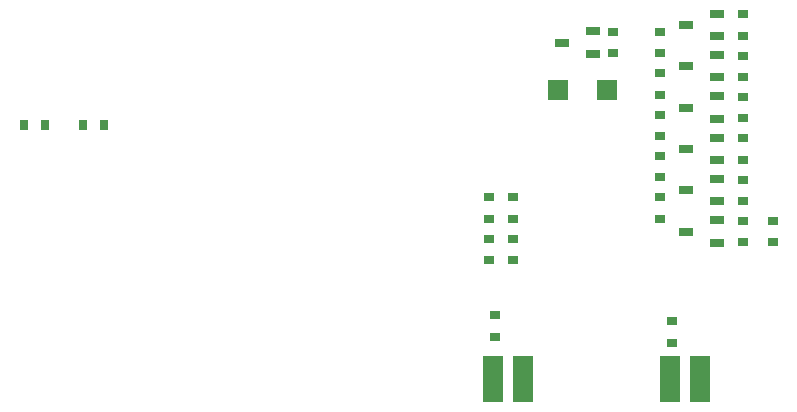
<source format=gtp>
%FSTAX24Y24*%
%MOIN*%
G70*
G01*
G75*
G04 Layer_Color=8421504*
%ADD10R,0.0374X0.0315*%
%ADD11R,0.0709X0.0709*%
%ADD12R,0.0472X0.0256*%
%ADD13R,0.0315X0.0374*%
%ADD14R,0.0670X0.1575*%
%ADD15C,0.0200*%
%ADD16C,0.0079*%
%ADD17C,0.2362*%
%ADD18C,0.0787*%
%ADD19R,0.0787X0.0787*%
%ADD20R,0.0591X0.0591*%
%ADD21C,0.0591*%
%ADD22C,0.1181*%
%ADD23C,0.1800*%
%ADD24C,0.0709*%
%ADD25C,0.0500*%
D10*
X042323Y012953D02*
D03*
Y012244D02*
D03*
X048228Y012047D02*
D03*
Y012756D02*
D03*
X04626Y022402D02*
D03*
Y021693D02*
D03*
X047835Y021693D02*
D03*
Y022402D02*
D03*
Y020315D02*
D03*
Y021024D02*
D03*
Y018937D02*
D03*
Y019646D02*
D03*
Y017559D02*
D03*
Y018268D02*
D03*
Y016181D02*
D03*
Y01689D02*
D03*
X051575Y016102D02*
D03*
Y015394D02*
D03*
X050591Y022283D02*
D03*
Y022992D02*
D03*
Y020906D02*
D03*
Y021614D02*
D03*
Y019528D02*
D03*
Y020236D02*
D03*
Y01815D02*
D03*
Y018858D02*
D03*
Y016772D02*
D03*
Y01748D02*
D03*
Y015394D02*
D03*
Y016102D02*
D03*
X042126Y016181D02*
D03*
Y01689D02*
D03*
X042913Y016181D02*
D03*
Y01689D02*
D03*
X042126Y015512D02*
D03*
Y014803D02*
D03*
X042913Y015512D02*
D03*
Y014803D02*
D03*
D11*
X044409Y020472D02*
D03*
X046063D02*
D03*
D12*
X045601Y022421D02*
D03*
Y021673D02*
D03*
X044556Y022047D02*
D03*
X04869Y022638D02*
D03*
X049735Y022264D02*
D03*
Y023012D02*
D03*
X04869Y02126D02*
D03*
X049735Y020886D02*
D03*
Y021634D02*
D03*
X04869Y019882D02*
D03*
X049735Y019508D02*
D03*
Y020256D02*
D03*
X04869Y018504D02*
D03*
X049735Y01813D02*
D03*
Y018878D02*
D03*
X04869Y017126D02*
D03*
X049735Y016752D02*
D03*
Y0175D02*
D03*
X04869Y015748D02*
D03*
X049735Y015374D02*
D03*
Y016122D02*
D03*
D13*
X026614Y019291D02*
D03*
X027323D02*
D03*
X028583D02*
D03*
X029291D02*
D03*
D14*
X04325Y01085D02*
D03*
X04225D02*
D03*
X04915D02*
D03*
X04815D02*
D03*
M02*

</source>
